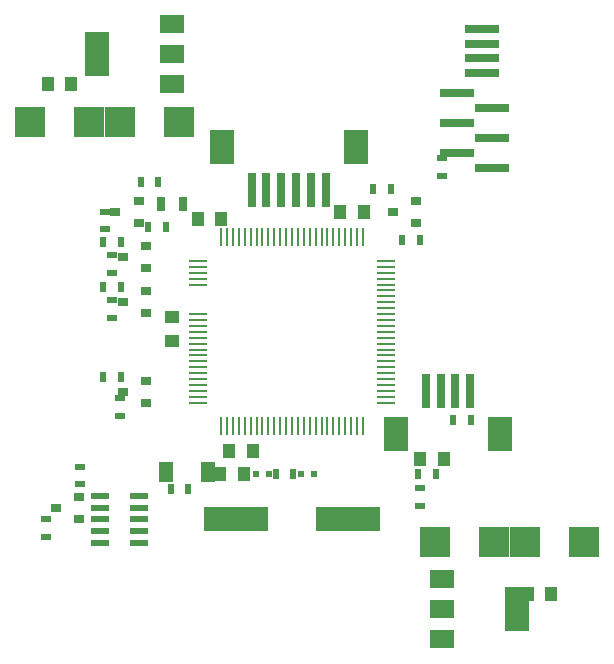
<source format=gtp>
G04 #@! TF.FileFunction,Paste,Top*
%FSLAX46Y46*%
G04 Gerber Fmt 4.6, Leading zero omitted, Abs format (unit mm)*
G04 Created by KiCad (PCBNEW 4.0.7) date 02/03/18 21:52:34*
%MOMM*%
%LPD*%
G01*
G04 APERTURE LIST*
%ADD10C,0.100000*%
%ADD11R,1.500000X0.290000*%
%ADD12R,0.290000X1.500000*%
%ADD13R,2.000000X3.800000*%
%ADD14R,2.000000X1.500000*%
%ADD15R,2.550000X2.500000*%
%ADD16R,1.000000X1.250000*%
%ADD17R,0.800000X3.000000*%
%ADD18R,2.100000X3.000000*%
%ADD19R,3.000000X0.800000*%
%ADD20R,0.600000X0.500000*%
%ADD21R,1.500000X0.500000*%
%ADD22R,0.900000X0.800000*%
%ADD23R,0.500000X0.900000*%
%ADD24R,0.900000X0.500000*%
%ADD25R,0.700000X1.300000*%
%ADD26R,1.250000X1.000000*%
%ADD27R,1.300000X1.700000*%
%ADD28R,5.500000X2.000000*%
%ADD29R,3.000000X0.650000*%
G04 APERTURE END LIST*
D10*
D11*
X34610000Y-38250000D03*
X34610000Y-38750000D03*
X34610000Y-39250000D03*
X34610000Y-39750000D03*
X34610000Y-40250000D03*
X34610000Y-42750000D03*
X34610000Y-43250000D03*
X34610000Y-43750000D03*
X34610000Y-44250000D03*
X34610000Y-44750000D03*
X34610000Y-45250000D03*
X34610000Y-45750000D03*
X34610000Y-46250000D03*
X34610000Y-46750000D03*
X34610000Y-47250000D03*
X34610000Y-47750000D03*
X34610000Y-48250000D03*
X34610000Y-48750000D03*
X34610000Y-49250000D03*
X34610000Y-49750000D03*
X34610000Y-50250000D03*
D12*
X36610000Y-52250000D03*
X37110000Y-52250000D03*
X37610000Y-52250000D03*
X38110000Y-52250000D03*
X38610000Y-52250000D03*
X39110000Y-52250000D03*
X39610000Y-52250000D03*
X40110000Y-52250000D03*
X40610000Y-52250000D03*
X41110000Y-52250000D03*
X41610000Y-52250000D03*
X42110000Y-52250000D03*
X42610000Y-52250000D03*
X43110000Y-52250000D03*
X43610000Y-52250000D03*
X44110000Y-52250000D03*
X44610000Y-52250000D03*
X45110000Y-52250000D03*
X45610000Y-52250000D03*
X46110000Y-52250000D03*
X46610000Y-52250000D03*
X47110000Y-52250000D03*
X47610000Y-52250000D03*
X48110000Y-52250000D03*
X48610000Y-52250000D03*
D11*
X50610000Y-50250000D03*
X50610000Y-49750000D03*
X50610000Y-49250000D03*
X50610000Y-48750000D03*
X50610000Y-48250000D03*
X50610000Y-47750000D03*
X50610000Y-47250000D03*
X50610000Y-46750000D03*
X50610000Y-46250000D03*
X50610000Y-45750000D03*
X50610000Y-45250000D03*
X50610000Y-44750000D03*
X50610000Y-44250000D03*
X50610000Y-43750000D03*
X50610000Y-43250000D03*
X50610000Y-42750000D03*
X50610000Y-42250000D03*
X50610000Y-41750000D03*
X50610000Y-41250000D03*
X50610000Y-40750000D03*
X50610000Y-40250000D03*
X50610000Y-39750000D03*
X50610000Y-39250000D03*
X50610000Y-38750000D03*
X50610000Y-38250000D03*
D12*
X48610000Y-36250000D03*
X48110000Y-36250000D03*
X47610000Y-36250000D03*
X47110000Y-36250000D03*
X46610000Y-36250000D03*
X46110000Y-36250000D03*
X45610000Y-36250000D03*
X45110000Y-36250000D03*
X44610000Y-36250000D03*
X44110000Y-36250000D03*
X43610000Y-36250000D03*
X43110000Y-36250000D03*
X42610000Y-36250000D03*
X42110000Y-36250000D03*
X41610000Y-36250000D03*
X41110000Y-36250000D03*
X40610000Y-36250000D03*
X40110000Y-36250000D03*
X39610000Y-36250000D03*
X39110000Y-36250000D03*
X38610000Y-36250000D03*
X38110000Y-36250000D03*
X37610000Y-36250000D03*
X37110000Y-36250000D03*
X36610000Y-36250000D03*
D13*
X61660000Y-67745000D03*
D14*
X55310000Y-67745000D03*
X55310000Y-65205000D03*
X55310000Y-70285000D03*
D15*
X54690000Y-62030000D03*
X59740000Y-62030000D03*
X67360000Y-62030000D03*
X62310000Y-62030000D03*
D16*
X62565000Y-66475000D03*
X64565000Y-66475000D03*
D17*
X57700000Y-49260000D03*
X56450000Y-49260000D03*
X55200000Y-49260000D03*
D18*
X60250000Y-52860000D03*
X51400000Y-52860000D03*
D17*
X53950000Y-49260000D03*
D19*
X58672960Y-22355200D03*
X58672960Y-21105200D03*
X58672960Y-19855200D03*
X58672960Y-18605200D03*
D20*
X39520000Y-56315000D03*
X40620000Y-56315000D03*
X44430000Y-56315000D03*
X43330000Y-56315000D03*
D13*
X26100000Y-20755000D03*
D14*
X32450000Y-20755000D03*
X32450000Y-23295000D03*
X32450000Y-18215000D03*
D21*
X29655000Y-62125000D03*
X26355000Y-62125000D03*
X29655000Y-61125000D03*
X26355000Y-61125000D03*
X29655000Y-60125000D03*
X26355000Y-60125000D03*
X29655000Y-59125000D03*
X26355000Y-59125000D03*
X29655000Y-58125000D03*
X26355000Y-58125000D03*
D22*
X30275000Y-38850000D03*
X30275000Y-36950000D03*
X28275000Y-37900000D03*
X53135000Y-35040000D03*
X53135000Y-33140000D03*
X51135000Y-34090000D03*
X29640000Y-35040000D03*
X29640000Y-33140000D03*
X27640000Y-34090000D03*
X30275000Y-42660000D03*
X30275000Y-40760000D03*
X28275000Y-41710000D03*
X30275000Y-50280000D03*
X30275000Y-48380000D03*
X28275000Y-49330000D03*
X24600000Y-60100000D03*
X24600000Y-58200000D03*
X22600000Y-59150000D03*
D23*
X32335000Y-57585000D03*
X33835000Y-57585000D03*
X57750000Y-51730000D03*
X56250000Y-51730000D03*
D24*
X55310000Y-31030000D03*
X55310000Y-29530000D03*
D23*
X41225000Y-56315000D03*
X42725000Y-56315000D03*
X28120000Y-36630000D03*
X26620000Y-36630000D03*
X50980000Y-32185000D03*
X49480000Y-32185000D03*
X29795000Y-31550000D03*
X31295000Y-31550000D03*
D24*
X27370000Y-37785000D03*
X27370000Y-39285000D03*
D25*
X33400000Y-33455000D03*
X31500000Y-33455000D03*
D23*
X51959040Y-36436960D03*
X53459040Y-36436960D03*
X28120000Y-40440000D03*
X26620000Y-40440000D03*
D24*
X26800000Y-34075000D03*
X26800000Y-35575000D03*
D23*
X31930000Y-35360000D03*
X30430000Y-35360000D03*
D24*
X27370000Y-41595000D03*
X27370000Y-43095000D03*
D23*
X28120000Y-48060000D03*
X26620000Y-48060000D03*
D24*
X28050000Y-49860000D03*
X28050000Y-51360000D03*
X24630000Y-57170000D03*
X24630000Y-55670000D03*
X21810000Y-60110000D03*
X21810000Y-61610000D03*
D15*
X33070000Y-26470000D03*
X28020000Y-26470000D03*
D16*
X36530000Y-56315000D03*
X38530000Y-56315000D03*
D15*
X20400000Y-26470000D03*
X25450000Y-26470000D03*
D16*
X21925000Y-23295000D03*
X23925000Y-23295000D03*
D26*
X32475000Y-43025000D03*
X32475000Y-45025000D03*
D16*
X37300000Y-54350000D03*
X39300000Y-54350000D03*
X48690000Y-34090000D03*
X46690000Y-34090000D03*
X34625000Y-34660000D03*
X36625000Y-34660000D03*
X53450000Y-55050000D03*
X55450000Y-55050000D03*
D27*
X35470000Y-56100000D03*
X31970000Y-56100000D03*
D24*
X53405000Y-58970000D03*
X53405000Y-57470000D03*
D23*
X53290000Y-56315000D03*
X54790000Y-56315000D03*
D17*
X41700000Y-32240000D03*
X40450000Y-32240000D03*
X39200000Y-32240000D03*
X42950000Y-32240000D03*
X44200000Y-32240000D03*
D18*
X36650000Y-28640000D03*
X48000000Y-28640000D03*
D17*
X45450000Y-32240000D03*
D28*
X47360000Y-60125000D03*
X37860000Y-60125000D03*
D29*
X56577840Y-24042120D03*
X56577840Y-26582120D03*
X56577840Y-29122120D03*
X59577840Y-25312120D03*
X59577840Y-27852120D03*
X59577840Y-30392120D03*
M02*

</source>
